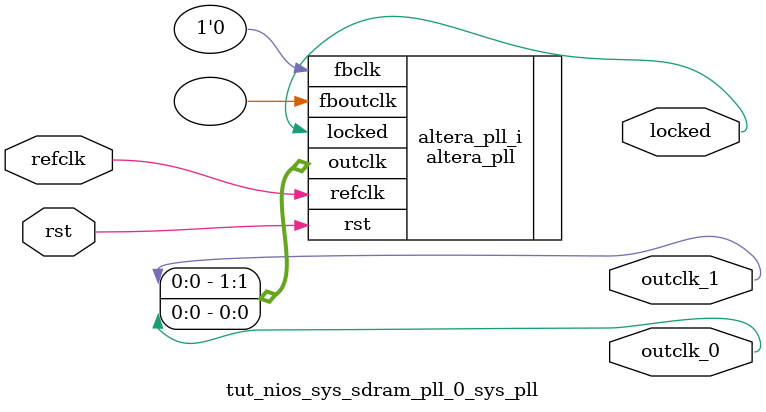
<source format=v>
`timescale 1ns/10ps
module  tut_nios_sys_sdram_pll_0_sys_pll(

	// interface 'refclk'
	input wire refclk,

	// interface 'reset'
	input wire rst,

	// interface 'outclk0'
	output wire outclk_0,

	// interface 'outclk1'
	output wire outclk_1,

	// interface 'locked'
	output wire locked
);

	altera_pll #(
		.fractional_vco_multiplier("false"),
		.reference_clock_frequency("50.0 MHz"),
		.operation_mode("direct"),
		.number_of_clocks(2),
		.output_clock_frequency0("50.000000 MHz"),
		.phase_shift0("0 ps"),
		.duty_cycle0(50),
		.output_clock_frequency1("50.000000 MHz"),
		.phase_shift1("-3000 ps"),
		.duty_cycle1(50),
		.output_clock_frequency2("0 MHz"),
		.phase_shift2("0 ps"),
		.duty_cycle2(50),
		.output_clock_frequency3("0 MHz"),
		.phase_shift3("0 ps"),
		.duty_cycle3(50),
		.output_clock_frequency4("0 MHz"),
		.phase_shift4("0 ps"),
		.duty_cycle4(50),
		.output_clock_frequency5("0 MHz"),
		.phase_shift5("0 ps"),
		.duty_cycle5(50),
		.output_clock_frequency6("0 MHz"),
		.phase_shift6("0 ps"),
		.duty_cycle6(50),
		.output_clock_frequency7("0 MHz"),
		.phase_shift7("0 ps"),
		.duty_cycle7(50),
		.output_clock_frequency8("0 MHz"),
		.phase_shift8("0 ps"),
		.duty_cycle8(50),
		.output_clock_frequency9("0 MHz"),
		.phase_shift9("0 ps"),
		.duty_cycle9(50),
		.output_clock_frequency10("0 MHz"),
		.phase_shift10("0 ps"),
		.duty_cycle10(50),
		.output_clock_frequency11("0 MHz"),
		.phase_shift11("0 ps"),
		.duty_cycle11(50),
		.output_clock_frequency12("0 MHz"),
		.phase_shift12("0 ps"),
		.duty_cycle12(50),
		.output_clock_frequency13("0 MHz"),
		.phase_shift13("0 ps"),
		.duty_cycle13(50),
		.output_clock_frequency14("0 MHz"),
		.phase_shift14("0 ps"),
		.duty_cycle14(50),
		.output_clock_frequency15("0 MHz"),
		.phase_shift15("0 ps"),
		.duty_cycle15(50),
		.output_clock_frequency16("0 MHz"),
		.phase_shift16("0 ps"),
		.duty_cycle16(50),
		.output_clock_frequency17("0 MHz"),
		.phase_shift17("0 ps"),
		.duty_cycle17(50),
		.pll_type("General"),
		.pll_subtype("General")
	) altera_pll_i (
		.rst	(rst),
		.outclk	({outclk_1, outclk_0}),
		.locked	(locked),
		.fboutclk	( ),
		.fbclk	(1'b0),
		.refclk	(refclk)
	);
endmodule


</source>
